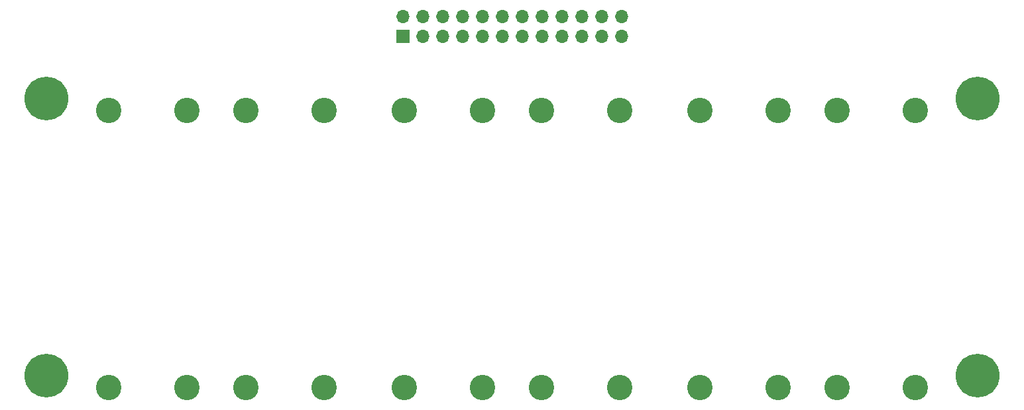
<source format=gbr>
%TF.GenerationSoftware,KiCad,Pcbnew,8.0.4*%
%TF.CreationDate,2024-08-25T20:41:53-04:00*%
%TF.ProjectId,UpperPOGO,55707065-7250-44f4-974f-2e6b69636164,v4*%
%TF.SameCoordinates,Original*%
%TF.FileFunction,Soldermask,Top*%
%TF.FilePolarity,Negative*%
%FSLAX46Y46*%
G04 Gerber Fmt 4.6, Leading zero omitted, Abs format (unit mm)*
G04 Created by KiCad (PCBNEW 8.0.4) date 2024-08-25 20:41:53*
%MOMM*%
%LPD*%
G01*
G04 APERTURE LIST*
%ADD10C,3.250000*%
%ADD11C,3.600000*%
%ADD12C,5.600000*%
%ADD13O,1.700000X1.700000*%
%ADD14R,1.700000X1.700000*%
G04 APERTURE END LIST*
D10*
%TO.C,J20*%
X187500000Y-67500000D03*
%TD*%
%TO.C,J15*%
X122000000Y-67500000D03*
%TD*%
%TO.C,J16*%
X112000000Y-67500000D03*
%TD*%
%TO.C,J18*%
X94500000Y-67500000D03*
%TD*%
%TO.C,J24*%
X149750000Y-67500000D03*
%TD*%
%TO.C,J13*%
X142250000Y-67500000D03*
%TD*%
%TO.C,J5*%
X132250000Y-103000000D03*
%TD*%
%TO.C,J4*%
X122000000Y-103000000D03*
%TD*%
D11*
%TO.C,H1*%
X86500000Y-66000000D03*
D12*
X86500000Y-66000000D03*
%TD*%
D11*
%TO.C,H3*%
X86500000Y-101500000D03*
D12*
X86500000Y-101500000D03*
%TD*%
D10*
%TO.C,J10*%
X180000000Y-103000000D03*
%TD*%
D11*
%TO.C,H4*%
X205500000Y-101500000D03*
D12*
X205500000Y-101500000D03*
%TD*%
D10*
%TO.C,J11*%
X187500000Y-103000000D03*
%TD*%
%TO.C,J9*%
X170000000Y-103000000D03*
%TD*%
D11*
%TO.C,H2*%
X205500000Y-66000000D03*
D12*
X205500000Y-66000000D03*
%TD*%
D10*
%TO.C,J1*%
X94500000Y-103000000D03*
%TD*%
%TO.C,J14*%
X132250000Y-67500000D03*
%TD*%
%TO.C,J19*%
X197500000Y-67500000D03*
%TD*%
%TO.C,J21*%
X180000000Y-67500000D03*
%TD*%
%TO.C,J2*%
X104500000Y-103000000D03*
%TD*%
%TO.C,J12*%
X197500000Y-103000000D03*
%TD*%
%TO.C,J23*%
X159750000Y-67500000D03*
%TD*%
%TO.C,J8*%
X159750000Y-103000000D03*
%TD*%
%TO.C,J6*%
X142250000Y-103000000D03*
%TD*%
%TO.C,J7*%
X149750000Y-103000000D03*
%TD*%
%TO.C,J22*%
X170000000Y-67500000D03*
%TD*%
%TO.C,J3*%
X112000000Y-103000000D03*
%TD*%
%TO.C,J17*%
X104500000Y-67500000D03*
%TD*%
D13*
%TO.C,J25*%
X159990000Y-55460000D03*
X157450000Y-55460000D03*
X154910000Y-55460000D03*
X152370000Y-55460000D03*
X149830000Y-55460000D03*
X147290000Y-55460000D03*
X144750000Y-55460000D03*
X142210000Y-55460000D03*
X139670000Y-55460000D03*
X137130000Y-55460000D03*
X134590000Y-55460000D03*
X132050000Y-55460000D03*
X159990000Y-58000000D03*
X157450000Y-58000000D03*
X154910000Y-58000000D03*
X152370000Y-58000000D03*
X149830000Y-58000000D03*
X147290000Y-58000000D03*
X144750000Y-58000000D03*
X142210000Y-58000000D03*
X139670000Y-58000000D03*
X137130000Y-58000000D03*
X134590000Y-58000000D03*
D14*
X132050000Y-58000000D03*
%TD*%
M02*

</source>
